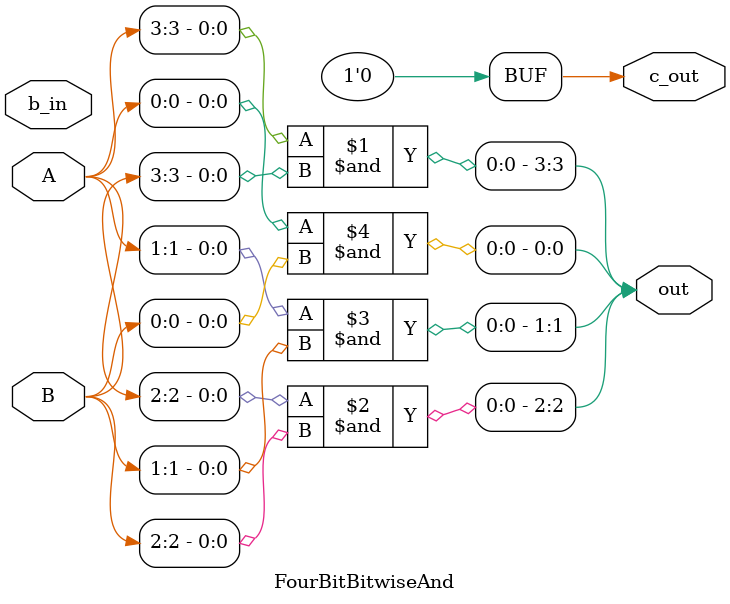
<source format=v>
`timescale 1ns / 1ps


module FourBitBitwiseAnd(
        input [3:0] A, 
        input [3:0] B, 
        input b_in, 
        output [3:0] out, 
        output c_out
    );
    
    assign out[3] = A[3] & B[3]; 
    assign out[2] = A[2] & B[2]; 
    assign out[1] = A[1] & B[1]; 
    assign out[0] = A[0] & B[0]; 
    
    assign c_out = 0; 
    
endmodule

</source>
